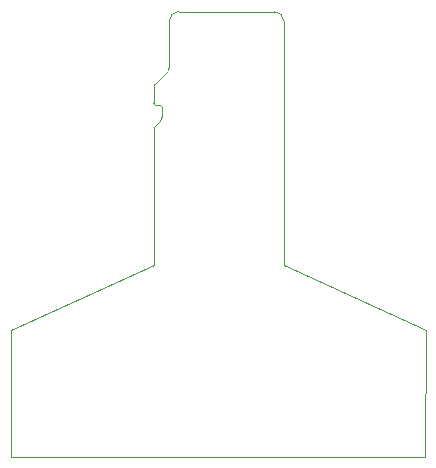
<source format=gbr>
%TF.GenerationSoftware,KiCad,Pcbnew,9.0.2*%
%TF.CreationDate,2025-07-29T12:02:09+08:00*%
%TF.ProjectId,MicroSD Express to FPC,4d696372-6f53-4442-9045-787072657373,rev?*%
%TF.SameCoordinates,Original*%
%TF.FileFunction,Profile,NP*%
%FSLAX46Y46*%
G04 Gerber Fmt 4.6, Leading zero omitted, Abs format (unit mm)*
G04 Created by KiCad (PCBNEW 9.0.2) date 2025-07-29 12:02:09*
%MOMM*%
%LPD*%
G01*
G04 APERTURE LIST*
%TA.AperFunction,Profile*%
%ADD10C,0.050000*%
%TD*%
G04 APERTURE END LIST*
D10*
X146460000Y-99415985D02*
X146460000Y-92960000D01*
X123340000Y-115640000D02*
X158440000Y-115640000D01*
X158500000Y-104950000D02*
X158440000Y-115640000D01*
X123402514Y-104950000D02*
X135460000Y-99415985D01*
X146460000Y-99415985D02*
X158500000Y-104950000D01*
X123402514Y-104950000D02*
X123340000Y-115640000D01*
X135460000Y-92960000D02*
X135460000Y-99415985D01*
%TO.C,J1*%
X135460000Y-84355685D02*
X135460000Y-85760000D01*
X135460000Y-87760000D02*
X135460001Y-92960000D01*
X135560000Y-85860000D02*
X135960000Y-85860000D01*
X136042842Y-87177158D02*
X135460000Y-87760000D01*
X136160000Y-86060000D02*
X136160000Y-86894315D01*
X136642842Y-83007158D02*
X135577157Y-84072843D01*
X136760000Y-82724315D02*
X136760000Y-78760000D01*
X137560000Y-77960000D02*
X145660000Y-77960000D01*
X146460000Y-78760000D02*
X146460000Y-92960000D01*
X135460000Y-84355685D02*
G75*
G02*
X135577157Y-84072843I399998J1D01*
G01*
X135560000Y-85860000D02*
G75*
G02*
X135460000Y-85760000I-1J99999D01*
G01*
X135960000Y-85860000D02*
G75*
G02*
X136160000Y-86060000I-1J-200001D01*
G01*
X136160000Y-86894315D02*
G75*
G02*
X136042842Y-87177158I-399993J-2D01*
G01*
X136760000Y-78760000D02*
G75*
G02*
X137560000Y-77960000I800001J-1D01*
G01*
X136760000Y-82724315D02*
G75*
G02*
X136642842Y-83007158I-399993J-2D01*
G01*
X145660000Y-77960000D02*
G75*
G02*
X146460000Y-78760000I0J-800000D01*
G01*
%TD*%
M02*

</source>
